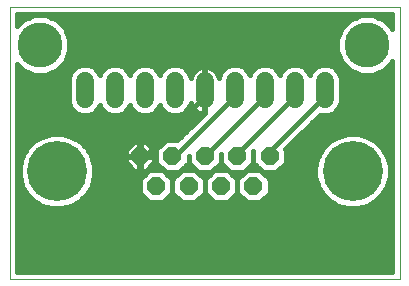
<source format=gtl>
G75*
%MOIN*%
%OFA0B0*%
%FSLAX24Y24*%
%IPPOS*%
%LPD*%
%AMOC8*
5,1,8,0,0,1.08239X$1,22.5*
%
%ADD10C,0.0000*%
%ADD11OC8,0.0600*%
%ADD12C,0.2000*%
%ADD13C,0.0600*%
%ADD14C,0.0160*%
%ADD15C,0.1502*%
%ADD16C,0.0413*%
D10*
X000480Y003580D02*
X000480Y012650D01*
X013472Y012650D01*
X013472Y003580D01*
X000480Y003580D01*
D11*
X004820Y007680D03*
X005900Y007680D03*
X006980Y007680D03*
X008060Y007680D03*
X009140Y007680D03*
X008600Y006680D03*
X007520Y006680D03*
X006440Y006680D03*
X005360Y006680D03*
D12*
X002050Y007180D03*
X011910Y007180D03*
D13*
X010980Y009580D02*
X010980Y010180D01*
X009980Y010180D02*
X009980Y009580D01*
X008980Y009580D02*
X008980Y010180D01*
X007980Y010180D02*
X007980Y009580D01*
X006980Y009580D02*
X006980Y010180D01*
X005980Y010180D02*
X005980Y009580D01*
X004980Y009580D02*
X004980Y010180D01*
X003980Y010180D02*
X003980Y009580D01*
X002980Y009580D02*
X002980Y010180D01*
D14*
X002485Y010396D02*
X001693Y010396D01*
X001677Y010389D02*
X002041Y010540D01*
X002320Y010819D01*
X002471Y011183D01*
X002471Y011577D01*
X002320Y011941D01*
X002041Y012220D01*
X001677Y012371D01*
X001283Y012371D01*
X000919Y012220D01*
X000720Y012022D01*
X000720Y012410D01*
X013232Y012410D01*
X013232Y011913D01*
X013220Y011941D01*
X012941Y012220D01*
X012577Y012371D01*
X012183Y012371D01*
X011819Y012220D01*
X011540Y011941D01*
X011389Y011577D01*
X011389Y011183D01*
X011540Y010819D01*
X011819Y010540D01*
X012183Y010389D01*
X012577Y010389D01*
X012941Y010540D01*
X013220Y010819D01*
X013232Y010847D01*
X013232Y003820D01*
X000720Y003820D01*
X000720Y010738D01*
X000919Y010540D01*
X001283Y010389D01*
X001677Y010389D01*
X001267Y010396D02*
X000720Y010396D01*
X000720Y010237D02*
X002440Y010237D01*
X002440Y010287D02*
X002440Y009473D01*
X002522Y009274D01*
X002674Y009122D01*
X002873Y009040D01*
X003087Y009040D01*
X003286Y009122D01*
X003438Y009274D01*
X003480Y009376D01*
X003522Y009274D01*
X003674Y009122D01*
X003873Y009040D01*
X004087Y009040D01*
X004286Y009122D01*
X004438Y009274D01*
X004480Y009376D01*
X004522Y009274D01*
X004674Y009122D01*
X004873Y009040D01*
X005087Y009040D01*
X005286Y009122D01*
X005438Y009274D01*
X005480Y009376D01*
X005522Y009274D01*
X005674Y009122D01*
X005873Y009040D01*
X006087Y009040D01*
X006286Y009122D01*
X006438Y009274D01*
X006515Y009459D01*
X006535Y009396D01*
X006569Y009328D01*
X006614Y009267D01*
X006667Y009214D01*
X006728Y009169D01*
X006796Y009135D01*
X006868Y009112D01*
X006942Y009100D01*
X006947Y009100D01*
X006067Y008220D01*
X005676Y008220D01*
X005360Y007904D01*
X005360Y007456D01*
X005676Y007140D01*
X006124Y007140D01*
X006440Y007456D01*
X006756Y007140D01*
X007204Y007140D01*
X007520Y007456D01*
X007836Y007140D01*
X008284Y007140D01*
X008600Y007456D01*
X008916Y007140D01*
X009364Y007140D01*
X009680Y007456D01*
X009680Y007904D01*
X009668Y007916D01*
X010816Y009063D01*
X010873Y009040D01*
X011087Y009040D01*
X011286Y009122D01*
X011438Y009274D01*
X011520Y009473D01*
X011520Y010287D01*
X011438Y010486D01*
X011286Y010638D01*
X011087Y010720D01*
X010873Y010720D01*
X010674Y010638D01*
X010522Y010486D01*
X010480Y010384D01*
X010438Y010486D01*
X010286Y010638D01*
X010087Y010720D01*
X009873Y010720D01*
X009674Y010638D01*
X009522Y010486D01*
X009480Y010384D01*
X009438Y010486D01*
X009286Y010638D01*
X009087Y010720D01*
X008873Y010720D01*
X008674Y010638D01*
X008522Y010486D01*
X008480Y010384D01*
X008438Y010486D01*
X008286Y010638D01*
X008087Y010720D01*
X007873Y010720D01*
X007674Y010638D01*
X007522Y010486D01*
X007445Y010301D01*
X007425Y010364D01*
X007391Y010432D01*
X007346Y010493D01*
X007293Y010546D01*
X007232Y010591D01*
X007164Y010625D01*
X007092Y010648D01*
X007018Y010660D01*
X007000Y010660D01*
X007000Y009900D01*
X006960Y009900D01*
X006960Y010660D01*
X006942Y010660D01*
X006868Y010648D01*
X006796Y010625D01*
X006728Y010591D01*
X006667Y010546D01*
X006614Y010493D01*
X006569Y010432D01*
X006535Y010364D01*
X006515Y010301D01*
X006438Y010486D01*
X006286Y010638D01*
X006087Y010720D01*
X005873Y010720D01*
X005674Y010638D01*
X005522Y010486D01*
X005480Y010384D01*
X005438Y010486D01*
X005286Y010638D01*
X005087Y010720D01*
X004873Y010720D01*
X004674Y010638D01*
X004522Y010486D01*
X004480Y010384D01*
X004438Y010486D01*
X004286Y010638D01*
X004087Y010720D01*
X003873Y010720D01*
X003674Y010638D01*
X003522Y010486D01*
X003480Y010384D01*
X003438Y010486D01*
X003286Y010638D01*
X003087Y010720D01*
X002873Y010720D01*
X002674Y010638D01*
X002522Y010486D01*
X002440Y010287D01*
X002440Y010079D02*
X000720Y010079D01*
X000720Y009920D02*
X002440Y009920D01*
X002440Y009762D02*
X000720Y009762D01*
X000720Y009603D02*
X002440Y009603D01*
X002452Y009445D02*
X000720Y009445D01*
X000720Y009286D02*
X002517Y009286D01*
X002669Y009128D02*
X000720Y009128D01*
X000720Y008969D02*
X006816Y008969D01*
X006819Y009128D02*
X006291Y009128D01*
X006443Y009286D02*
X006600Y009286D01*
X006519Y009445D02*
X006508Y009445D01*
X006960Y009445D02*
X007000Y009445D01*
X007000Y009603D02*
X006960Y009603D01*
X006980Y009680D02*
X006980Y009880D01*
X007000Y009860D02*
X007000Y009153D01*
X006960Y009113D01*
X006960Y009860D01*
X007000Y009860D01*
X007000Y009920D02*
X006960Y009920D01*
X006960Y010079D02*
X007000Y010079D01*
X007000Y010237D02*
X006960Y010237D01*
X006960Y010396D02*
X007000Y010396D01*
X007000Y010554D02*
X006960Y010554D01*
X006678Y010554D02*
X006370Y010554D01*
X006475Y010396D02*
X006551Y010396D01*
X006105Y010713D02*
X007855Y010713D01*
X008105Y010713D02*
X008855Y010713D01*
X009105Y010713D02*
X009855Y010713D01*
X010105Y010713D02*
X010855Y010713D01*
X011105Y010713D02*
X011646Y010713D01*
X011518Y010871D02*
X002342Y010871D01*
X002408Y011030D02*
X011452Y011030D01*
X011389Y011188D02*
X002471Y011188D01*
X002471Y011347D02*
X011389Y011347D01*
X011389Y011505D02*
X002471Y011505D01*
X002435Y011664D02*
X011425Y011664D01*
X011490Y011822D02*
X002370Y011822D01*
X002281Y011981D02*
X011579Y011981D01*
X011737Y012139D02*
X002123Y012139D01*
X001855Y012298D02*
X012005Y012298D01*
X012755Y012298D02*
X013232Y012298D01*
X013232Y012139D02*
X013023Y012139D01*
X013181Y011981D02*
X013232Y011981D01*
X013232Y010713D02*
X013114Y010713D01*
X013232Y010554D02*
X012956Y010554D01*
X013232Y010396D02*
X012593Y010396D01*
X012167Y010396D02*
X011475Y010396D01*
X011520Y010237D02*
X013232Y010237D01*
X013232Y010079D02*
X011520Y010079D01*
X011520Y009920D02*
X013232Y009920D01*
X013232Y009762D02*
X011520Y009762D01*
X011520Y009603D02*
X013232Y009603D01*
X013232Y009445D02*
X011508Y009445D01*
X011443Y009286D02*
X013232Y009286D01*
X013232Y009128D02*
X011291Y009128D01*
X010722Y008969D02*
X013232Y008969D01*
X013232Y008811D02*
X010563Y008811D01*
X010405Y008652D02*
X013232Y008652D01*
X013232Y008494D02*
X010246Y008494D01*
X010088Y008335D02*
X011431Y008335D01*
X011149Y008172D01*
X010918Y007941D01*
X010755Y007659D01*
X010670Y007343D01*
X010670Y007017D01*
X010755Y006701D01*
X010918Y006419D01*
X011149Y006188D01*
X011431Y006025D01*
X011747Y005940D01*
X012073Y005940D01*
X012389Y006025D01*
X012671Y006188D01*
X012902Y006419D01*
X013065Y006701D01*
X013150Y007017D01*
X013150Y007343D01*
X013065Y007659D01*
X012902Y007941D01*
X012671Y008172D01*
X012389Y008335D01*
X013232Y008335D01*
X013232Y008177D02*
X012664Y008177D01*
X012826Y008018D02*
X013232Y008018D01*
X013232Y007860D02*
X012950Y007860D01*
X013041Y007701D02*
X013232Y007701D01*
X013232Y007543D02*
X013097Y007543D01*
X013139Y007384D02*
X013232Y007384D01*
X013232Y007226D02*
X013150Y007226D01*
X013150Y007067D02*
X013232Y007067D01*
X013232Y006909D02*
X013121Y006909D01*
X013079Y006750D02*
X013232Y006750D01*
X013232Y006592D02*
X013002Y006592D01*
X012911Y006433D02*
X013232Y006433D01*
X013232Y006275D02*
X012758Y006275D01*
X012547Y006116D02*
X013232Y006116D01*
X013232Y005958D02*
X012139Y005958D01*
X011681Y005958D02*
X002279Y005958D01*
X002213Y005940D02*
X002529Y006025D01*
X002811Y006188D01*
X003042Y006419D01*
X003205Y006701D01*
X003290Y007017D01*
X003290Y007343D01*
X003205Y007659D01*
X003042Y007941D01*
X002811Y008172D01*
X002529Y008335D01*
X006182Y008335D01*
X006341Y008494D02*
X000720Y008494D01*
X000720Y008652D02*
X006499Y008652D01*
X006658Y008811D02*
X000720Y008811D01*
X000720Y008335D02*
X001571Y008335D01*
X001289Y008172D01*
X001058Y007941D01*
X000895Y007659D01*
X000810Y007343D01*
X000810Y007017D01*
X000895Y006701D01*
X001058Y006419D01*
X001289Y006188D01*
X001571Y006025D01*
X001887Y005940D01*
X002213Y005940D01*
X001821Y005958D02*
X000720Y005958D01*
X000720Y006116D02*
X001413Y006116D01*
X001202Y006275D02*
X000720Y006275D01*
X000720Y006433D02*
X001049Y006433D01*
X000958Y006592D02*
X000720Y006592D01*
X000720Y006750D02*
X000881Y006750D01*
X000839Y006909D02*
X000720Y006909D01*
X000720Y007067D02*
X000810Y007067D01*
X000810Y007226D02*
X000720Y007226D01*
X000720Y007384D02*
X000821Y007384D01*
X000863Y007543D02*
X000720Y007543D01*
X000720Y007701D02*
X000919Y007701D01*
X001010Y007860D02*
X000720Y007860D01*
X000720Y008018D02*
X001134Y008018D01*
X001296Y008177D02*
X000720Y008177D01*
X001571Y008335D02*
X001887Y008420D01*
X002213Y008420D01*
X002529Y008335D01*
X002804Y008177D02*
X005633Y008177D01*
X005474Y008018D02*
X005161Y008018D01*
X005300Y007879D02*
X005019Y008160D01*
X004840Y008160D01*
X004840Y007700D01*
X005300Y007700D01*
X005300Y007879D01*
X005300Y007860D02*
X005360Y007860D01*
X005360Y007701D02*
X005300Y007701D01*
X005300Y007660D02*
X004840Y007660D01*
X004840Y007700D01*
X004800Y007700D01*
X004800Y008160D01*
X004621Y008160D01*
X004340Y007879D01*
X004340Y007700D01*
X004800Y007700D01*
X004800Y007660D01*
X004840Y007660D01*
X004840Y007200D01*
X005019Y007200D01*
X005300Y007481D01*
X005300Y007660D01*
X005300Y007543D02*
X005360Y007543D01*
X005432Y007384D02*
X005203Y007384D01*
X005136Y007220D02*
X004820Y006904D01*
X004820Y006456D01*
X005136Y006140D01*
X005584Y006140D01*
X005900Y006456D01*
X006216Y006140D01*
X006664Y006140D01*
X006980Y006456D01*
X006980Y006904D01*
X006664Y007220D01*
X006216Y007220D01*
X005900Y006904D01*
X005900Y006456D01*
X005900Y006904D01*
X005584Y007220D01*
X005136Y007220D01*
X005044Y007226D02*
X005591Y007226D01*
X005737Y007067D02*
X006063Y007067D01*
X005905Y006909D02*
X005895Y006909D01*
X005900Y006750D02*
X005900Y006750D01*
X005900Y006592D02*
X005900Y006592D01*
X005877Y006433D02*
X005923Y006433D01*
X006082Y006275D02*
X005718Y006275D01*
X005002Y006275D02*
X002898Y006275D01*
X003051Y006433D02*
X004843Y006433D01*
X004820Y006592D02*
X003142Y006592D01*
X003219Y006750D02*
X004820Y006750D01*
X004825Y006909D02*
X003261Y006909D01*
X003290Y007067D02*
X004983Y007067D01*
X004800Y007200D02*
X004800Y007660D01*
X004340Y007660D01*
X004340Y007481D01*
X004621Y007200D01*
X004800Y007200D01*
X004800Y007226D02*
X004840Y007226D01*
X004840Y007384D02*
X004800Y007384D01*
X004800Y007543D02*
X004840Y007543D01*
X004820Y007680D02*
X004980Y007680D01*
X006980Y009680D01*
X006960Y009762D02*
X007000Y009762D01*
X007000Y009286D02*
X006960Y009286D01*
X006960Y009128D02*
X006975Y009128D01*
X007980Y009680D02*
X007980Y009880D01*
X007980Y009680D02*
X005980Y007680D01*
X005900Y007680D01*
X006209Y007226D02*
X006671Y007226D01*
X006512Y007384D02*
X006368Y007384D01*
X006440Y007456D02*
X006440Y007687D01*
X006440Y007687D01*
X006440Y007456D01*
X006440Y007543D02*
X006440Y007543D01*
X006980Y007680D02*
X008980Y009680D01*
X008980Y009880D01*
X008485Y010396D02*
X008475Y010396D01*
X008370Y010554D02*
X008590Y010554D01*
X009370Y010554D02*
X009590Y010554D01*
X009485Y010396D02*
X009475Y010396D01*
X009980Y009880D02*
X009980Y009680D01*
X008060Y007760D01*
X008060Y007680D01*
X008600Y007701D02*
X008600Y007701D01*
X008600Y007543D02*
X008600Y007543D01*
X008600Y007456D02*
X008600Y007847D01*
X008600Y007847D01*
X008600Y007456D01*
X008528Y007384D02*
X008672Y007384D01*
X008824Y007220D02*
X008376Y007220D01*
X008060Y006904D01*
X008060Y006456D01*
X008376Y006140D01*
X008824Y006140D01*
X009140Y006456D01*
X009140Y006904D01*
X008824Y007220D01*
X008831Y007226D02*
X008369Y007226D01*
X008223Y007067D02*
X007897Y007067D01*
X008055Y006909D02*
X008065Y006909D01*
X008060Y006904D02*
X007744Y007220D01*
X007296Y007220D01*
X006980Y006904D01*
X006980Y006456D01*
X007296Y006140D01*
X007744Y006140D01*
X008060Y006456D01*
X008060Y006904D01*
X008060Y006750D02*
X008060Y006750D01*
X008060Y006592D02*
X008060Y006592D01*
X008037Y006433D02*
X008083Y006433D01*
X008242Y006275D02*
X007878Y006275D01*
X007162Y006275D02*
X006798Y006275D01*
X006957Y006433D02*
X007003Y006433D01*
X006980Y006592D02*
X006980Y006592D01*
X006980Y006750D02*
X006980Y006750D01*
X006975Y006909D02*
X006985Y006909D01*
X007143Y007067D02*
X006817Y007067D01*
X007289Y007226D02*
X007751Y007226D01*
X007592Y007384D02*
X007448Y007384D01*
X007520Y007456D02*
X007520Y007767D01*
X007520Y007767D01*
X007520Y007456D01*
X007520Y007543D02*
X007520Y007543D01*
X007520Y007701D02*
X007520Y007701D01*
X008977Y007067D02*
X010670Y007067D01*
X010699Y006909D02*
X009135Y006909D01*
X009140Y006750D02*
X010741Y006750D01*
X010818Y006592D02*
X009140Y006592D01*
X009117Y006433D02*
X010909Y006433D01*
X011062Y006275D02*
X008958Y006275D01*
X009449Y007226D02*
X010670Y007226D01*
X010681Y007384D02*
X009608Y007384D01*
X009680Y007543D02*
X010723Y007543D01*
X010779Y007701D02*
X009680Y007701D01*
X009680Y007860D02*
X010870Y007860D01*
X010994Y008018D02*
X009771Y008018D01*
X009929Y008177D02*
X011156Y008177D01*
X011431Y008335D02*
X011747Y008420D01*
X012073Y008420D01*
X012389Y008335D01*
X010980Y009680D02*
X010980Y009880D01*
X010980Y009680D02*
X009140Y007840D01*
X009140Y007680D01*
X011273Y006116D02*
X002687Y006116D01*
X003290Y007226D02*
X004596Y007226D01*
X004437Y007384D02*
X003279Y007384D01*
X003237Y007543D02*
X004340Y007543D01*
X004340Y007701D02*
X003181Y007701D01*
X003090Y007860D02*
X004340Y007860D01*
X004479Y008018D02*
X002966Y008018D01*
X003291Y009128D02*
X003669Y009128D01*
X003517Y009286D02*
X003443Y009286D01*
X004291Y009128D02*
X004669Y009128D01*
X004517Y009286D02*
X004443Y009286D01*
X005291Y009128D02*
X005669Y009128D01*
X005517Y009286D02*
X005443Y009286D01*
X005475Y010396D02*
X005485Y010396D01*
X005590Y010554D02*
X005370Y010554D01*
X005105Y010713D02*
X005855Y010713D01*
X004855Y010713D02*
X004105Y010713D01*
X004370Y010554D02*
X004590Y010554D01*
X004485Y010396D02*
X004475Y010396D01*
X003855Y010713D02*
X003105Y010713D01*
X002855Y010713D02*
X002214Y010713D01*
X002056Y010554D02*
X002590Y010554D01*
X003370Y010554D02*
X003590Y010554D01*
X003485Y010396D02*
X003475Y010396D01*
X001105Y012298D02*
X000720Y012298D01*
X000720Y012139D02*
X000837Y012139D01*
X000746Y010713D02*
X000720Y010713D01*
X000720Y010554D02*
X000904Y010554D01*
X004800Y008018D02*
X004840Y008018D01*
X004840Y007860D02*
X004800Y007860D01*
X004800Y007701D02*
X004840Y007701D01*
X007409Y010396D02*
X007485Y010396D01*
X007590Y010554D02*
X007282Y010554D01*
X010370Y010554D02*
X010590Y010554D01*
X010485Y010396D02*
X010475Y010396D01*
X011370Y010554D02*
X011804Y010554D01*
X013232Y005799D02*
X000720Y005799D01*
X000720Y005641D02*
X013232Y005641D01*
X013232Y005482D02*
X000720Y005482D01*
X000720Y005324D02*
X013232Y005324D01*
X013232Y005165D02*
X000720Y005165D01*
X000720Y005007D02*
X013232Y005007D01*
X013232Y004848D02*
X000720Y004848D01*
X000720Y004690D02*
X013232Y004690D01*
X013232Y004531D02*
X000720Y004531D01*
X000720Y004373D02*
X013232Y004373D01*
X013232Y004214D02*
X000720Y004214D01*
X000720Y004056D02*
X013232Y004056D01*
X013232Y003897D02*
X000720Y003897D01*
D15*
X001480Y011380D03*
X012380Y011380D03*
D16*
X009980Y005380D03*
X003980Y005380D03*
M02*

</source>
